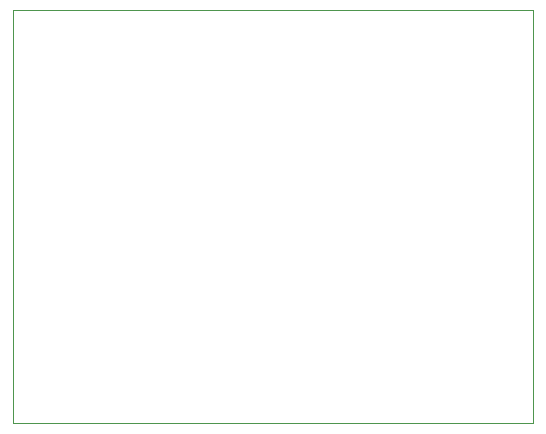
<source format=gm1>
G04 #@! TF.GenerationSoftware,KiCad,Pcbnew,(5.1.5-0)*
G04 #@! TF.CreationDate,2022-05-19T14:53:53-06:00*
G04 #@! TF.ProjectId,TPS61165-heater-v5,54505336-3131-4363-952d-686561746572,rev?*
G04 #@! TF.SameCoordinates,Original*
G04 #@! TF.FileFunction,Profile,NP*
%FSLAX46Y46*%
G04 Gerber Fmt 4.6, Leading zero omitted, Abs format (unit mm)*
G04 Created by KiCad (PCBNEW (5.1.5-0)) date 2022-05-19 14:53:53*
%MOMM*%
%LPD*%
G04 APERTURE LIST*
%ADD10C,0.050000*%
G04 APERTURE END LIST*
D10*
X116000000Y-90000000D02*
X116000000Y-55000000D01*
X160000000Y-90000000D02*
X116000000Y-90000000D01*
X160000000Y-55000000D02*
X160000000Y-90000000D01*
X116000000Y-55000000D02*
X160000000Y-55000000D01*
M02*

</source>
